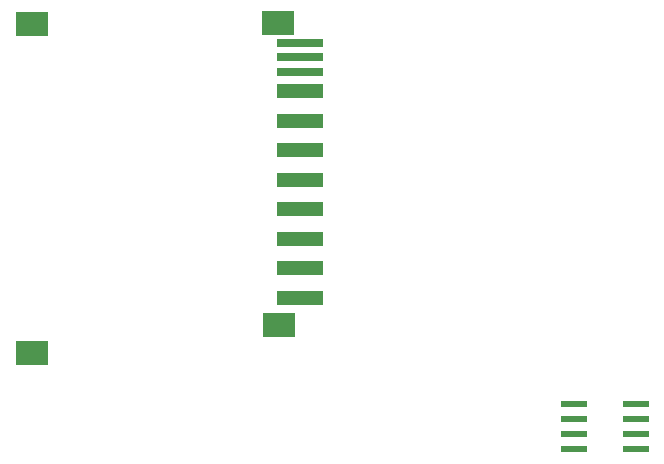
<source format=gtp>
G75*
G70*
%OFA0B0*%
%FSLAX24Y24*%
%IPPOS*%
%LPD*%
%AMOC8*
5,1,8,0,0,1.08239X$1,22.5*
%
%ADD10R,0.1102X0.0787*%
%ADD11R,0.1575X0.0276*%
%ADD12R,0.1575X0.0472*%
%ADD13R,0.0870X0.0240*%
D10*
X003826Y010398D03*
X012054Y011343D03*
X012015Y021421D03*
X003826Y021382D03*
D11*
X012763Y020752D03*
X012763Y020280D03*
X012763Y019768D03*
D12*
X012763Y019138D03*
X012763Y018154D03*
X012763Y017169D03*
X012763Y016185D03*
X012763Y015201D03*
X012763Y014217D03*
X012763Y013232D03*
X012763Y012248D03*
D13*
X021879Y008699D03*
X021879Y008199D03*
X021879Y007699D03*
X021879Y007199D03*
X023939Y007199D03*
X023939Y007699D03*
X023939Y008199D03*
X023939Y008699D03*
M02*

</source>
